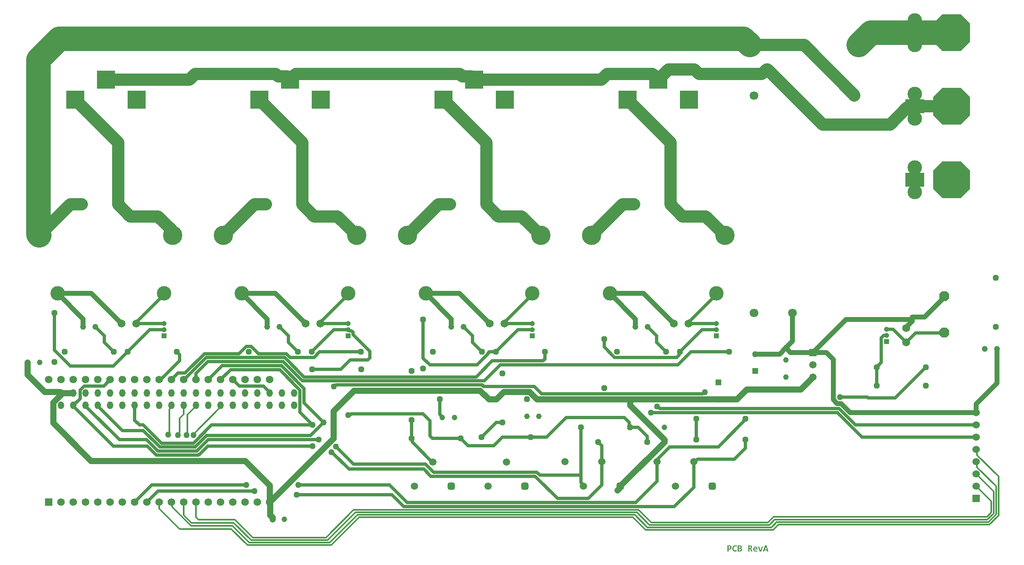
<source format=gtl>
G04*
G04 #@! TF.GenerationSoftware,Altium Limited,Altium Designer,23.7.1 (13)*
G04*
G04 Layer_Physical_Order=1*
G04 Layer_Color=255*
%FSLAX44Y44*%
%MOMM*%
G71*
G04*
G04 #@! TF.SameCoordinates,780004CA-D6C6-4F34-BDD1-A59E27625C77*
G04*
G04*
G04 #@! TF.FilePolarity,Positive*
G04*
G01*
G75*
%ADD16C,0.6350*%
%ADD18C,1.2700*%
%ADD35O,1.3000X1.6000*%
%ADD41R,1.3000X1.3000*%
%ADD42C,1.3000*%
%ADD54R,4.0000X3.0000*%
%ADD55C,1.0160*%
%ADD56C,2.5400*%
%ADD57C,0.3048*%
%ADD58C,5.0800*%
G04:AMPARAMS|DCode=59|XSize=1.2192mm|YSize=1.2192mm|CornerRadius=0mm|HoleSize=0mm|Usage=FLASHONLY|Rotation=180.000|XOffset=0mm|YOffset=0mm|HoleType=Round|Shape=Octagon|*
%AMOCTAGOND59*
4,1,8,-0.6096,0.3048,-0.6096,-0.3048,-0.3048,-0.6096,0.3048,-0.6096,0.6096,-0.3048,0.6096,0.3048,0.3048,0.6096,-0.3048,0.6096,-0.6096,0.3048,0.0*
%
%ADD59OCTAGOND59*%

%ADD60R,1.0500X1.0500*%
%ADD61C,1.0500*%
%ADD62C,1.2192*%
%ADD63C,1.6500*%
%ADD64C,3.0000*%
%ADD65C,4.0000*%
%ADD66C,2.0000*%
%ADD67R,3.8100X3.8100*%
%ADD68R,1.5080X1.5080*%
%ADD69C,1.5080*%
G04:AMPARAMS|DCode=70|XSize=2mm|YSize=2mm|CornerRadius=0mm|HoleSize=0mm|Usage=FLASHONLY|Rotation=0.000|XOffset=0mm|YOffset=0mm|HoleType=Round|Shape=Octagon|*
%AMOCTAGOND70*
4,1,8,1.0000,-0.5000,1.0000,0.5000,0.5000,1.0000,-0.5000,1.0000,-1.0000,0.5000,-1.0000,-0.5000,-0.5000,-1.0000,0.5000,-1.0000,1.0000,-0.5000,0.0*
%
%ADD70OCTAGOND70*%

%ADD71C,1.1500*%
G04:AMPARAMS|DCode=72|XSize=1.2192mm|YSize=1.2192mm|CornerRadius=0mm|HoleSize=0mm|Usage=FLASHONLY|Rotation=90.000|XOffset=0mm|YOffset=0mm|HoleType=Round|Shape=Octagon|*
%AMOCTAGOND72*
4,1,8,0.3048,0.6096,-0.3048,0.6096,-0.6096,0.3048,-0.6096,-0.3048,-0.3048,-0.6096,0.3048,-0.6096,0.6096,-0.3048,0.6096,0.3048,0.3048,0.6096,0.0*
%
%ADD72OCTAGOND72*%

%ADD73C,1.5000*%
G04:AMPARAMS|DCode=74|XSize=1.5mm|YSize=1.5mm|CornerRadius=0.375mm|HoleSize=0mm|Usage=FLASHONLY|Rotation=0.000|XOffset=0mm|YOffset=0mm|HoleType=Round|Shape=RoundedRectangle|*
%AMROUNDEDRECTD74*
21,1,1.5000,0.7500,0,0,0.0*
21,1,0.7500,1.5000,0,0,0.0*
1,1,0.7500,0.3750,-0.3750*
1,1,0.7500,-0.3750,-0.3750*
1,1,0.7500,-0.3750,0.3750*
1,1,0.7500,0.3750,0.3750*
%
%ADD74ROUNDEDRECTD74*%
%ADD75R,1.5600X1.5600*%
%ADD76C,1.5600*%
%ADD77C,1.5240*%
%ADD78R,1.5240X1.5240*%
%ADD79C,1.8000*%
%ADD80R,1.8000X1.8000*%
G04:AMPARAMS|DCode=81|XSize=7.62mm|YSize=7.62mm|CornerRadius=0mm|HoleSize=0mm|Usage=FLASHONLY|Rotation=0.000|XOffset=0mm|YOffset=0mm|HoleType=Round|Shape=Octagon|*
%AMOCTAGOND81*
4,1,8,3.8100,-1.9050,3.8100,1.9050,1.9050,3.8100,-1.9050,3.8100,-3.8100,1.9050,-3.8100,-1.9050,-1.9050,-3.8100,1.9050,-3.8100,3.8100,-1.9050,0.0*
%
%ADD81OCTAGOND81*%

%ADD82C,1.9500*%
%ADD83C,1.2700*%
G36*
X1508728Y54750D02*
X1509014Y54740D01*
X1509081D01*
X1509157Y54731D01*
X1509252Y54721D01*
X1509366Y54712D01*
X1509490Y54702D01*
X1509757Y54664D01*
X1509776D01*
X1509824Y54654D01*
X1509890Y54645D01*
X1509986Y54626D01*
X1510100Y54607D01*
X1510224Y54588D01*
X1510490Y54531D01*
X1510509D01*
X1510557Y54512D01*
X1510633Y54493D01*
X1510728Y54474D01*
X1510843Y54435D01*
X1510976Y54407D01*
X1511109Y54359D01*
X1511262Y54311D01*
Y51987D01*
X1511252D01*
X1511224Y52007D01*
X1511186Y52025D01*
X1511129Y52054D01*
X1511052Y52083D01*
X1510967Y52121D01*
X1510871Y52159D01*
X1510767Y52197D01*
X1510529Y52292D01*
X1510271Y52378D01*
X1509995Y52464D01*
X1509719Y52530D01*
X1509709D01*
X1509690Y52540D01*
X1509652Y52549D01*
X1509595Y52559D01*
X1509528Y52568D01*
X1509452Y52578D01*
X1509366Y52597D01*
X1509281Y52616D01*
X1509071Y52645D01*
X1508842Y52664D01*
X1508614Y52683D01*
X1508385Y52692D01*
X1508233D01*
X1508157Y52683D01*
X1508071Y52673D01*
X1507976Y52664D01*
X1507861Y52654D01*
X1507623Y52616D01*
X1507376Y52559D01*
X1507119Y52473D01*
X1506871Y52368D01*
X1506861D01*
X1506842Y52349D01*
X1506814Y52340D01*
X1506766Y52311D01*
X1506709Y52283D01*
X1506652Y52235D01*
X1506509Y52140D01*
X1506337Y52016D01*
X1506166Y51854D01*
X1505995Y51683D01*
X1505833Y51473D01*
Y51464D01*
X1505814Y51445D01*
X1505795Y51416D01*
X1505766Y51368D01*
X1505737Y51311D01*
X1505699Y51245D01*
X1505652Y51168D01*
X1505614Y51083D01*
X1505509Y50883D01*
X1505414Y50644D01*
X1505318Y50378D01*
X1505242Y50092D01*
Y50082D01*
X1505233Y50054D01*
X1505223Y50016D01*
X1505213Y49959D01*
X1505195Y49882D01*
X1505185Y49787D01*
X1505166Y49692D01*
X1505147Y49578D01*
X1505128Y49454D01*
X1505109Y49320D01*
X1505080Y49025D01*
X1505061Y48701D01*
X1505052Y48349D01*
Y48339D01*
Y48301D01*
Y48254D01*
Y48177D01*
X1505061Y48092D01*
Y47987D01*
X1505071Y47873D01*
X1505080Y47749D01*
X1505099Y47463D01*
X1505128Y47158D01*
X1505175Y46844D01*
X1505242Y46539D01*
Y46530D01*
X1505252Y46501D01*
X1505261Y46463D01*
X1505280Y46406D01*
X1505299Y46339D01*
X1505328Y46263D01*
X1505394Y46072D01*
X1505480Y45863D01*
X1505585Y45644D01*
X1505709Y45415D01*
X1505852Y45196D01*
X1505861Y45187D01*
X1505871Y45167D01*
X1505890Y45139D01*
X1505928Y45101D01*
X1506014Y45006D01*
X1506137Y44882D01*
X1506290Y44748D01*
X1506471Y44606D01*
X1506671Y44472D01*
X1506899Y44348D01*
X1506909D01*
X1506928Y44339D01*
X1506966Y44320D01*
X1507014Y44301D01*
X1507071Y44282D01*
X1507147Y44263D01*
X1507233Y44234D01*
X1507328Y44205D01*
X1507433Y44177D01*
X1507547Y44158D01*
X1507804Y44110D01*
X1508100Y44072D01*
X1508414Y44063D01*
X1508528D01*
X1508614Y44072D01*
X1508719D01*
X1508833Y44091D01*
X1508957Y44101D01*
X1509090Y44120D01*
X1509109D01*
X1509157Y44129D01*
X1509224Y44148D01*
X1509319Y44167D01*
X1509433Y44187D01*
X1509557Y44215D01*
X1509833Y44282D01*
X1509852Y44291D01*
X1509900Y44301D01*
X1509976Y44320D01*
X1510071Y44348D01*
X1510186Y44387D01*
X1510309Y44425D01*
X1510576Y44520D01*
X1510595Y44529D01*
X1510643Y44548D01*
X1510709Y44577D01*
X1510805Y44606D01*
X1510909Y44653D01*
X1511024Y44701D01*
X1511262Y44806D01*
Y42615D01*
X1511252D01*
X1511224Y42596D01*
X1511176Y42586D01*
X1511119Y42558D01*
X1511043Y42529D01*
X1510957Y42501D01*
X1510862Y42463D01*
X1510748Y42424D01*
X1510509Y42348D01*
X1510233Y42262D01*
X1509947Y42186D01*
X1509652Y42119D01*
X1509643D01*
X1509614Y42110D01*
X1509576Y42101D01*
X1509519Y42091D01*
X1509452Y42081D01*
X1509366Y42072D01*
X1509271Y42053D01*
X1509166Y42043D01*
X1509043Y42024D01*
X1508919Y42005D01*
X1508652Y41986D01*
X1508357Y41967D01*
X1508042Y41958D01*
X1507909D01*
X1507814Y41967D01*
X1507700D01*
X1507566Y41977D01*
X1507414Y41986D01*
X1507242Y42005D01*
X1507061Y42024D01*
X1506871Y42053D01*
X1506471Y42119D01*
X1506061Y42215D01*
X1505661Y42348D01*
X1505652Y42358D01*
X1505614Y42367D01*
X1505566Y42386D01*
X1505490Y42424D01*
X1505404Y42463D01*
X1505299Y42520D01*
X1505185Y42577D01*
X1505061Y42643D01*
X1504785Y42815D01*
X1504490Y43015D01*
X1504194Y43253D01*
X1503918Y43529D01*
X1503909Y43539D01*
X1503890Y43567D01*
X1503851Y43605D01*
X1503804Y43672D01*
X1503747Y43748D01*
X1503680Y43834D01*
X1503604Y43948D01*
X1503518Y44063D01*
X1503432Y44196D01*
X1503347Y44348D01*
X1503261Y44501D01*
X1503166Y44672D01*
X1503080Y44853D01*
X1502994Y45053D01*
X1502918Y45253D01*
X1502842Y45463D01*
Y45472D01*
X1502823Y45520D01*
X1502813Y45577D01*
X1502785Y45672D01*
X1502756Y45777D01*
X1502728Y45911D01*
X1502699Y46063D01*
X1502661Y46234D01*
X1502623Y46425D01*
X1502594Y46634D01*
X1502566Y46853D01*
X1502537Y47092D01*
X1502518Y47339D01*
X1502499Y47606D01*
X1502480Y47873D01*
Y48158D01*
Y48177D01*
Y48225D01*
Y48311D01*
X1502489Y48425D01*
Y48558D01*
X1502499Y48720D01*
X1502518Y48901D01*
X1502527Y49101D01*
X1502556Y49311D01*
X1502575Y49530D01*
X1502651Y50006D01*
X1502746Y50483D01*
X1502880Y50959D01*
X1502889Y50978D01*
X1502899Y51016D01*
X1502918Y51083D01*
X1502956Y51168D01*
X1502994Y51273D01*
X1503042Y51387D01*
X1503109Y51530D01*
X1503175Y51683D01*
X1503251Y51835D01*
X1503337Y52007D01*
X1503528Y52349D01*
X1503756Y52692D01*
X1504023Y53026D01*
X1504032Y53035D01*
X1504061Y53064D01*
X1504099Y53111D01*
X1504156Y53169D01*
X1504232Y53235D01*
X1504318Y53321D01*
X1504413Y53407D01*
X1504528Y53502D01*
X1504652Y53607D01*
X1504785Y53712D01*
X1504937Y53816D01*
X1505099Y53931D01*
X1505261Y54026D01*
X1505442Y54131D01*
X1505633Y54226D01*
X1505823Y54311D01*
X1505833Y54321D01*
X1505871Y54331D01*
X1505928Y54350D01*
X1506014Y54378D01*
X1506109Y54416D01*
X1506233Y54454D01*
X1506366Y54493D01*
X1506519Y54540D01*
X1506690Y54578D01*
X1506880Y54616D01*
X1507071Y54654D01*
X1507280Y54693D01*
X1507500Y54721D01*
X1507728Y54740D01*
X1507966Y54759D01*
X1508595D01*
X1508728Y54750D01*
D02*
G37*
G36*
X1562106Y42129D02*
X1559430D01*
X1555591Y51816D01*
X1558182D01*
X1560192Y46320D01*
X1560792Y44548D01*
X1561382Y46244D01*
X1563411Y51816D01*
X1565916D01*
X1562106Y42129D01*
D02*
G37*
G36*
X1576803D02*
X1574203D01*
X1573517Y44587D01*
X1569174D01*
X1568469Y42129D01*
X1566145D01*
X1569831Y54588D01*
X1573108D01*
X1576803Y42129D01*
D02*
G37*
G36*
X1539027Y54578D02*
X1539132D01*
X1539246Y54569D01*
X1539380D01*
X1539523Y54559D01*
X1539665Y54540D01*
X1539980Y54512D01*
X1540304Y54464D01*
X1540627Y54407D01*
X1540637D01*
X1540666Y54397D01*
X1540713Y54388D01*
X1540770Y54378D01*
X1540837Y54359D01*
X1540923Y54331D01*
X1541018Y54302D01*
X1541123Y54273D01*
X1541342Y54188D01*
X1541580Y54092D01*
X1541828Y53969D01*
X1542056Y53826D01*
X1542066D01*
X1542085Y53807D01*
X1542113Y53788D01*
X1542151Y53750D01*
X1542256Y53664D01*
X1542390Y53540D01*
X1542533Y53388D01*
X1542685Y53207D01*
X1542828Y52997D01*
X1542961Y52759D01*
Y52749D01*
X1542971Y52730D01*
X1542990Y52692D01*
X1543009Y52645D01*
X1543037Y52578D01*
X1543066Y52502D01*
X1543094Y52416D01*
X1543123Y52311D01*
X1543152Y52197D01*
X1543180Y52073D01*
X1543209Y51940D01*
X1543237Y51797D01*
X1543275Y51483D01*
X1543285Y51140D01*
Y51130D01*
Y51111D01*
Y51073D01*
Y51025D01*
X1543275Y50968D01*
Y50892D01*
X1543256Y50730D01*
X1543237Y50540D01*
X1543199Y50340D01*
X1543152Y50130D01*
X1543085Y49921D01*
Y49911D01*
X1543075Y49901D01*
X1543066Y49873D01*
X1543047Y49835D01*
X1542999Y49730D01*
X1542942Y49606D01*
X1542856Y49463D01*
X1542761Y49301D01*
X1542647Y49149D01*
X1542523Y48997D01*
X1542504Y48977D01*
X1542456Y48930D01*
X1542380Y48863D01*
X1542275Y48777D01*
X1542151Y48682D01*
X1542009Y48577D01*
X1541837Y48473D01*
X1541656Y48377D01*
X1541647D01*
X1541637Y48368D01*
X1541608Y48358D01*
X1541570Y48339D01*
X1541466Y48301D01*
X1541332Y48244D01*
X1541170Y48197D01*
X1540989Y48139D01*
X1540789Y48082D01*
X1540570Y48044D01*
X1540589D01*
X1540647Y48025D01*
X1540732Y47987D01*
X1540847Y47939D01*
X1540980Y47873D01*
X1541113Y47787D01*
X1541266Y47663D01*
X1541409Y47520D01*
X1541428Y47501D01*
X1541447Y47473D01*
X1541475Y47444D01*
X1541513Y47396D01*
X1541551Y47349D01*
X1541647Y47215D01*
X1541761Y47034D01*
X1541894Y46825D01*
X1542028Y46587D01*
X1542171Y46301D01*
X1544171Y42129D01*
X1541409D01*
X1539656Y46130D01*
Y46139D01*
X1539646Y46158D01*
X1539627Y46187D01*
X1539608Y46225D01*
X1539551Y46330D01*
X1539475Y46453D01*
X1539380Y46587D01*
X1539256Y46730D01*
X1539122Y46873D01*
X1538961Y46987D01*
X1538951D01*
X1538942Y46996D01*
X1538884Y47034D01*
X1538789Y47082D01*
X1538665Y47139D01*
X1538513Y47187D01*
X1538342Y47235D01*
X1538141Y47273D01*
X1537922Y47282D01*
X1537475D01*
Y42129D01*
X1535132D01*
Y54588D01*
X1538932D01*
X1539027Y54578D01*
D02*
G37*
G36*
X1518034D02*
X1518206Y54569D01*
X1518406Y54550D01*
X1518634Y54521D01*
X1518872Y54493D01*
X1519130Y54454D01*
X1519396Y54407D01*
X1519653Y54350D01*
X1519920Y54273D01*
X1520177Y54188D01*
X1520425Y54092D01*
X1520654Y53978D01*
X1520863Y53845D01*
X1520873Y53835D01*
X1520911Y53807D01*
X1520958Y53769D01*
X1521035Y53702D01*
X1521111Y53626D01*
X1521196Y53531D01*
X1521301Y53416D01*
X1521396Y53283D01*
X1521492Y53130D01*
X1521597Y52969D01*
X1521682Y52778D01*
X1521768Y52578D01*
X1521835Y52359D01*
X1521882Y52121D01*
X1521920Y51864D01*
X1521930Y51587D01*
Y51578D01*
Y51568D01*
Y51511D01*
X1521920Y51416D01*
Y51302D01*
X1521901Y51159D01*
X1521882Y51006D01*
X1521854Y50844D01*
X1521816Y50673D01*
Y50654D01*
X1521797Y50597D01*
X1521768Y50511D01*
X1521739Y50406D01*
X1521692Y50283D01*
X1521635Y50149D01*
X1521558Y50006D01*
X1521482Y49863D01*
X1521473Y49844D01*
X1521444Y49797D01*
X1521396Y49730D01*
X1521330Y49644D01*
X1521244Y49539D01*
X1521149Y49425D01*
X1521035Y49320D01*
X1520911Y49206D01*
X1520892Y49197D01*
X1520854Y49159D01*
X1520777Y49111D01*
X1520682Y49044D01*
X1520558Y48968D01*
X1520425Y48901D01*
X1520273Y48825D01*
X1520101Y48759D01*
X1520120D01*
X1520177Y48739D01*
X1520273Y48720D01*
X1520387Y48692D01*
X1520520Y48654D01*
X1520673Y48597D01*
X1520825Y48530D01*
X1520987Y48454D01*
X1520997D01*
X1521006Y48444D01*
X1521063Y48416D01*
X1521139Y48368D01*
X1521244Y48301D01*
X1521358Y48215D01*
X1521482Y48120D01*
X1521606Y48006D01*
X1521730Y47873D01*
X1521749Y47854D01*
X1521787Y47806D01*
X1521844Y47739D01*
X1521920Y47635D01*
X1521997Y47511D01*
X1522082Y47368D01*
X1522168Y47206D01*
X1522244Y47034D01*
Y47025D01*
X1522254Y47015D01*
X1522263Y46987D01*
X1522273Y46949D01*
X1522301Y46853D01*
X1522339Y46720D01*
X1522378Y46558D01*
X1522406Y46368D01*
X1522425Y46168D01*
X1522435Y45949D01*
Y45939D01*
Y45929D01*
Y45901D01*
Y45863D01*
X1522425Y45768D01*
X1522416Y45634D01*
X1522397Y45482D01*
X1522368Y45291D01*
X1522330Y45091D01*
X1522273Y44872D01*
X1522206Y44644D01*
X1522120Y44415D01*
X1522016Y44177D01*
X1521892Y43939D01*
X1521749Y43701D01*
X1521577Y43482D01*
X1521377Y43272D01*
X1521149Y43082D01*
X1521130Y43072D01*
X1521092Y43043D01*
X1521015Y42996D01*
X1520911Y42929D01*
X1520777Y42863D01*
X1520615Y42777D01*
X1520425Y42691D01*
X1520206Y42605D01*
X1519968Y42520D01*
X1519691Y42434D01*
X1519387Y42348D01*
X1519053Y42281D01*
X1518701Y42215D01*
X1518310Y42167D01*
X1517901Y42139D01*
X1517463Y42129D01*
X1513662D01*
Y54588D01*
X1517882D01*
X1518034Y54578D01*
D02*
G37*
G36*
X1496203D02*
X1496327D01*
X1496470Y54569D01*
X1496622Y54559D01*
X1496784Y54540D01*
X1496955Y54521D01*
X1497308Y54474D01*
X1497679Y54407D01*
X1498032Y54321D01*
X1498041D01*
X1498070Y54311D01*
X1498127Y54292D01*
X1498184Y54273D01*
X1498270Y54245D01*
X1498365Y54216D01*
X1498460Y54178D01*
X1498575Y54131D01*
X1498822Y54026D01*
X1499089Y53892D01*
X1499346Y53740D01*
X1499594Y53559D01*
X1499603Y53549D01*
X1499622Y53540D01*
X1499651Y53511D01*
X1499698Y53473D01*
X1499756Y53416D01*
X1499813Y53359D01*
X1499956Y53216D01*
X1500108Y53035D01*
X1500270Y52816D01*
X1500432Y52578D01*
X1500565Y52311D01*
Y52302D01*
X1500584Y52273D01*
X1500594Y52235D01*
X1500623Y52178D01*
X1500641Y52111D01*
X1500670Y52025D01*
X1500699Y51930D01*
X1500737Y51825D01*
X1500765Y51702D01*
X1500794Y51568D01*
X1500822Y51435D01*
X1500851Y51283D01*
X1500889Y50959D01*
X1500899Y50616D01*
Y50606D01*
Y50568D01*
Y50521D01*
X1500889Y50454D01*
Y50368D01*
X1500880Y50263D01*
X1500870Y50149D01*
X1500861Y50025D01*
X1500842Y49892D01*
X1500813Y49749D01*
X1500756Y49444D01*
X1500680Y49130D01*
X1500565Y48816D01*
Y48806D01*
X1500546Y48777D01*
X1500527Y48739D01*
X1500508Y48682D01*
X1500470Y48606D01*
X1500432Y48520D01*
X1500384Y48435D01*
X1500327Y48330D01*
X1500184Y48111D01*
X1500022Y47873D01*
X1499832Y47635D01*
X1499603Y47396D01*
X1499594Y47387D01*
X1499575Y47368D01*
X1499537Y47339D01*
X1499489Y47301D01*
X1499422Y47244D01*
X1499356Y47187D01*
X1499260Y47120D01*
X1499165Y47053D01*
X1499051Y46977D01*
X1498936Y46901D01*
X1498803Y46825D01*
X1498660Y46749D01*
X1498356Y46596D01*
X1498013Y46463D01*
X1498003D01*
X1497965Y46453D01*
X1497917Y46434D01*
X1497841Y46415D01*
X1497755Y46387D01*
X1497641Y46358D01*
X1497517Y46330D01*
X1497384Y46301D01*
X1497222Y46263D01*
X1497051Y46234D01*
X1496870Y46206D01*
X1496679Y46187D01*
X1496470Y46158D01*
X1496260Y46149D01*
X1495803Y46130D01*
X1494612D01*
Y42129D01*
X1492250D01*
Y54588D01*
X1496098D01*
X1496203Y54578D01*
D02*
G37*
G36*
X1550429Y52016D02*
X1550533Y52007D01*
X1550648Y51997D01*
X1550772Y51987D01*
X1551057Y51949D01*
X1551362Y51892D01*
X1551676Y51807D01*
X1551981Y51702D01*
X1551991D01*
X1552019Y51683D01*
X1552057Y51664D01*
X1552115Y51645D01*
X1552181Y51606D01*
X1552258Y51568D01*
X1552448Y51473D01*
X1552648Y51340D01*
X1552877Y51187D01*
X1553096Y51006D01*
X1553305Y50806D01*
X1553315Y50797D01*
X1553324Y50778D01*
X1553353Y50749D01*
X1553391Y50702D01*
X1553439Y50654D01*
X1553486Y50587D01*
X1553543Y50511D01*
X1553610Y50425D01*
X1553734Y50225D01*
X1553877Y49987D01*
X1554001Y49730D01*
X1554115Y49444D01*
Y49435D01*
X1554124Y49406D01*
X1554143Y49368D01*
X1554162Y49311D01*
X1554182Y49235D01*
X1554210Y49149D01*
X1554229Y49044D01*
X1554258Y48930D01*
X1554286Y48806D01*
X1554315Y48673D01*
X1554353Y48377D01*
X1554391Y48054D01*
X1554401Y47711D01*
Y47701D01*
Y47673D01*
Y47615D01*
Y47549D01*
Y47454D01*
X1554391Y47349D01*
Y47225D01*
X1554382Y47092D01*
Y47073D01*
Y47025D01*
Y46958D01*
X1554372Y46863D01*
Y46749D01*
X1554362Y46634D01*
X1554344Y46377D01*
X1547971D01*
Y46368D01*
Y46349D01*
Y46320D01*
Y46272D01*
X1547981Y46215D01*
Y46149D01*
X1548000Y45996D01*
X1548019Y45825D01*
X1548047Y45634D01*
X1548095Y45444D01*
X1548162Y45253D01*
Y45244D01*
X1548171Y45234D01*
X1548200Y45177D01*
X1548248Y45082D01*
X1548305Y44967D01*
X1548381Y44844D01*
X1548476Y44701D01*
X1548590Y44567D01*
X1548714Y44434D01*
X1548733Y44425D01*
X1548781Y44377D01*
X1548857Y44320D01*
X1548962Y44253D01*
X1549086Y44167D01*
X1549229Y44091D01*
X1549391Y44005D01*
X1549571Y43939D01*
X1549581D01*
X1549590Y43929D01*
X1549619Y43920D01*
X1549657Y43910D01*
X1549762Y43882D01*
X1549905Y43853D01*
X1550067Y43825D01*
X1550257Y43796D01*
X1550467Y43777D01*
X1550686Y43767D01*
X1550876D01*
X1550953Y43777D01*
X1551143D01*
X1551362Y43796D01*
X1551619Y43815D01*
X1551896Y43834D01*
X1552191Y43872D01*
X1552200D01*
X1552229Y43882D01*
X1552267D01*
X1552334Y43891D01*
X1552410Y43910D01*
X1552496Y43920D01*
X1552591Y43939D01*
X1552705Y43958D01*
X1552829Y43987D01*
X1552953Y44015D01*
X1553239Y44072D01*
X1553543Y44148D01*
X1553867Y44234D01*
Y42386D01*
X1553848D01*
X1553801Y42367D01*
X1553724Y42348D01*
X1553629Y42320D01*
X1553505Y42291D01*
X1553372Y42262D01*
X1553219Y42224D01*
X1553058Y42196D01*
X1553038D01*
X1552981Y42186D01*
X1552896Y42167D01*
X1552781Y42148D01*
X1552648Y42119D01*
X1552496Y42091D01*
X1552334Y42072D01*
X1552162Y42043D01*
X1552143D01*
X1552086Y42034D01*
X1551991Y42024D01*
X1551877Y42005D01*
X1551734Y41996D01*
X1551581Y41977D01*
X1551410Y41958D01*
X1551238Y41948D01*
X1551219D01*
X1551162Y41939D01*
X1551067D01*
X1550953Y41929D01*
X1550810Y41919D01*
X1550657D01*
X1550333Y41910D01*
X1550229D01*
X1550143Y41919D01*
X1550048D01*
X1549933Y41929D01*
X1549810Y41939D01*
X1549676Y41948D01*
X1549524Y41967D01*
X1549362Y41986D01*
X1549028Y42043D01*
X1548686Y42119D01*
X1548352Y42224D01*
X1548343D01*
X1548314Y42243D01*
X1548266Y42253D01*
X1548209Y42281D01*
X1548133Y42320D01*
X1548047Y42358D01*
X1547943Y42405D01*
X1547838Y42463D01*
X1547609Y42586D01*
X1547352Y42748D01*
X1547104Y42929D01*
X1546866Y43148D01*
X1546857Y43158D01*
X1546838Y43177D01*
X1546809Y43215D01*
X1546771Y43263D01*
X1546714Y43320D01*
X1546657Y43396D01*
X1546590Y43472D01*
X1546523Y43567D01*
X1546447Y43682D01*
X1546371Y43796D01*
X1546295Y43920D01*
X1546219Y44053D01*
X1546066Y44348D01*
X1545933Y44672D01*
Y44682D01*
X1545923Y44710D01*
X1545904Y44767D01*
X1545885Y44834D01*
X1545857Y44920D01*
X1545828Y45025D01*
X1545800Y45139D01*
X1545771Y45272D01*
X1545742Y45425D01*
X1545714Y45577D01*
X1545685Y45758D01*
X1545657Y45939D01*
X1545638Y46130D01*
X1545619Y46339D01*
X1545609Y46768D01*
Y46777D01*
Y46825D01*
Y46882D01*
X1545619Y46968D01*
Y47073D01*
X1545628Y47196D01*
X1545638Y47330D01*
X1545647Y47482D01*
X1545666Y47644D01*
X1545685Y47806D01*
X1545742Y48168D01*
X1545828Y48539D01*
X1545933Y48911D01*
Y48920D01*
X1545952Y48959D01*
X1545971Y49006D01*
X1545990Y49073D01*
X1546028Y49159D01*
X1546066Y49254D01*
X1546114Y49368D01*
X1546171Y49482D01*
X1546295Y49739D01*
X1546457Y50016D01*
X1546638Y50301D01*
X1546847Y50568D01*
X1546857Y50578D01*
X1546876Y50597D01*
X1546904Y50635D01*
X1546952Y50683D01*
X1547009Y50740D01*
X1547076Y50806D01*
X1547162Y50883D01*
X1547247Y50968D01*
X1547343Y51045D01*
X1547457Y51140D01*
X1547695Y51321D01*
X1547971Y51492D01*
X1548276Y51645D01*
X1548286D01*
X1548314Y51664D01*
X1548362Y51683D01*
X1548428Y51702D01*
X1548505Y51730D01*
X1548600Y51768D01*
X1548705Y51797D01*
X1548828Y51835D01*
X1548962Y51873D01*
X1549105Y51902D01*
X1549267Y51940D01*
X1549429Y51968D01*
X1549781Y52007D01*
X1550162Y52025D01*
X1550333D01*
X1550429Y52016D01*
D02*
G37*
%LPC*%
G36*
X1571374Y52302D02*
X1569736Y46501D01*
X1572993D01*
X1571374Y52302D01*
D02*
G37*
G36*
X1538713Y52635D02*
X1537475D01*
Y49111D01*
X1538522D01*
X1538618Y49120D01*
X1538751Y49130D01*
X1538903Y49139D01*
X1539075Y49159D01*
X1539237Y49187D01*
X1539408Y49225D01*
X1539418D01*
X1539427Y49235D01*
X1539485Y49244D01*
X1539570Y49273D01*
X1539675Y49311D01*
X1539789Y49359D01*
X1539923Y49416D01*
X1540046Y49492D01*
X1540170Y49568D01*
X1540180Y49578D01*
X1540218Y49606D01*
X1540275Y49654D01*
X1540351Y49721D01*
X1540427Y49806D01*
X1540504Y49901D01*
X1540589Y50006D01*
X1540656Y50130D01*
X1540666Y50149D01*
X1540685Y50187D01*
X1540713Y50263D01*
X1540742Y50359D01*
X1540770Y50473D01*
X1540799Y50606D01*
X1540818Y50749D01*
X1540827Y50911D01*
Y50921D01*
Y50949D01*
Y50997D01*
X1540818Y51063D01*
X1540808Y51140D01*
X1540799Y51225D01*
X1540751Y51425D01*
X1540685Y51645D01*
X1540637Y51749D01*
X1540580Y51864D01*
X1540513Y51968D01*
X1540437Y52064D01*
X1540351Y52159D01*
X1540246Y52235D01*
X1540237Y52245D01*
X1540218Y52254D01*
X1540189Y52273D01*
X1540142Y52302D01*
X1540075Y52330D01*
X1539999Y52359D01*
X1539913Y52397D01*
X1539808Y52435D01*
X1539694Y52473D01*
X1539570Y52511D01*
X1539427Y52540D01*
X1539265Y52568D01*
X1539094Y52597D01*
X1538913Y52616D01*
X1538713Y52635D01*
D02*
G37*
G36*
X1517606Y52730D02*
X1515986D01*
Y49425D01*
X1517501D01*
X1517606Y49435D01*
X1517739Y49444D01*
X1517891Y49454D01*
X1518053Y49482D01*
X1518215Y49511D01*
X1518368Y49559D01*
X1518387Y49568D01*
X1518434Y49587D01*
X1518510Y49616D01*
X1518596Y49663D01*
X1518701Y49711D01*
X1518806Y49778D01*
X1518920Y49854D01*
X1519015Y49940D01*
X1519025Y49949D01*
X1519053Y49987D01*
X1519101Y50035D01*
X1519158Y50101D01*
X1519215Y50187D01*
X1519272Y50283D01*
X1519330Y50387D01*
X1519377Y50501D01*
X1519387Y50521D01*
X1519396Y50559D01*
X1519415Y50616D01*
X1519434Y50702D01*
X1519453Y50806D01*
X1519473Y50921D01*
X1519491Y51045D01*
Y51178D01*
Y51197D01*
Y51235D01*
X1519482Y51302D01*
Y51387D01*
X1519463Y51492D01*
X1519444Y51597D01*
X1519415Y51711D01*
X1519377Y51816D01*
X1519368Y51825D01*
X1519358Y51864D01*
X1519330Y51921D01*
X1519292Y51987D01*
X1519234Y52064D01*
X1519177Y52149D01*
X1519091Y52235D01*
X1519006Y52311D01*
X1518996Y52321D01*
X1518958Y52340D01*
X1518911Y52378D01*
X1518834Y52426D01*
X1518739Y52473D01*
X1518625Y52521D01*
X1518501Y52568D01*
X1518358Y52616D01*
X1518339Y52626D01*
X1518291Y52635D01*
X1518206Y52654D01*
X1518091Y52673D01*
X1517958Y52692D01*
X1517796Y52711D01*
X1517606Y52730D01*
D02*
G37*
G36*
X1517444Y47635D02*
X1515986D01*
Y44044D01*
X1517720D01*
X1517825Y44053D01*
X1517958Y44063D01*
X1518110Y44082D01*
X1518272Y44101D01*
X1518444Y44139D01*
X1518606Y44187D01*
X1518615D01*
X1518625Y44196D01*
X1518682Y44215D01*
X1518758Y44244D01*
X1518853Y44291D01*
X1518968Y44348D01*
X1519091Y44415D01*
X1519206Y44491D01*
X1519320Y44577D01*
X1519330Y44587D01*
X1519368Y44625D01*
X1519415Y44672D01*
X1519482Y44748D01*
X1519549Y44834D01*
X1519625Y44939D01*
X1519691Y45053D01*
X1519749Y45177D01*
X1519758Y45196D01*
X1519777Y45234D01*
X1519796Y45310D01*
X1519825Y45396D01*
X1519853Y45510D01*
X1519882Y45634D01*
X1519892Y45768D01*
X1519901Y45911D01*
Y45920D01*
Y45949D01*
Y45987D01*
X1519892Y46044D01*
X1519882Y46111D01*
X1519872Y46187D01*
X1519825Y46377D01*
X1519749Y46577D01*
X1519701Y46682D01*
X1519644Y46787D01*
X1519577Y46892D01*
X1519491Y46996D01*
X1519396Y47092D01*
X1519292Y47177D01*
X1519282Y47187D01*
X1519263Y47196D01*
X1519225Y47215D01*
X1519177Y47253D01*
X1519111Y47282D01*
X1519034Y47320D01*
X1518939Y47368D01*
X1518834Y47406D01*
X1518710Y47454D01*
X1518577Y47492D01*
X1518425Y47530D01*
X1518263Y47568D01*
X1518082Y47596D01*
X1517882Y47615D01*
X1517672Y47625D01*
X1517444Y47635D01*
D02*
G37*
G36*
X1495841Y52645D02*
X1494612D01*
Y48073D01*
X1496022D01*
X1496069Y48082D01*
X1496136D01*
X1496279Y48092D01*
X1496451Y48111D01*
X1496631Y48139D01*
X1496812Y48177D01*
X1496993Y48235D01*
X1497003D01*
X1497012Y48244D01*
X1497070Y48263D01*
X1497155Y48301D01*
X1497270Y48358D01*
X1497393Y48425D01*
X1497517Y48511D01*
X1497651Y48606D01*
X1497775Y48720D01*
X1497794Y48739D01*
X1497832Y48777D01*
X1497889Y48844D01*
X1497955Y48930D01*
X1498032Y49044D01*
X1498117Y49168D01*
X1498194Y49311D01*
X1498260Y49473D01*
Y49482D01*
X1498270Y49492D01*
X1498289Y49549D01*
X1498317Y49644D01*
X1498346Y49759D01*
X1498375Y49901D01*
X1498403Y50073D01*
X1498422Y50254D01*
X1498432Y50454D01*
Y50463D01*
Y50473D01*
Y50501D01*
Y50540D01*
X1498422Y50635D01*
X1498413Y50749D01*
X1498394Y50892D01*
X1498365Y51045D01*
X1498327Y51197D01*
X1498270Y51349D01*
Y51359D01*
X1498260Y51368D01*
X1498241Y51416D01*
X1498203Y51492D01*
X1498156Y51587D01*
X1498089Y51702D01*
X1498003Y51816D01*
X1497908Y51930D01*
X1497794Y52045D01*
X1497784Y52054D01*
X1497736Y52092D01*
X1497670Y52149D01*
X1497574Y52216D01*
X1497460Y52283D01*
X1497327Y52359D01*
X1497165Y52426D01*
X1496993Y52492D01*
X1496984D01*
X1496974Y52502D01*
X1496946Y52511D01*
X1496908Y52521D01*
X1496860Y52530D01*
X1496803Y52540D01*
X1496670Y52568D01*
X1496498Y52597D01*
X1496298Y52626D01*
X1496079Y52635D01*
X1495841Y52645D01*
D02*
G37*
G36*
X1550114Y50283D02*
X1550029D01*
X1549971Y50273D01*
X1549895Y50263D01*
X1549810Y50254D01*
X1549714Y50235D01*
X1549610Y50206D01*
X1549381Y50140D01*
X1549257Y50092D01*
X1549143Y50035D01*
X1549019Y49968D01*
X1548895Y49882D01*
X1548781Y49797D01*
X1548676Y49692D01*
X1548667Y49682D01*
X1548647Y49663D01*
X1548629Y49635D01*
X1548590Y49587D01*
X1548543Y49521D01*
X1548495Y49454D01*
X1548438Y49368D01*
X1548381Y49273D01*
X1548324Y49159D01*
X1548266Y49035D01*
X1548209Y48901D01*
X1548162Y48749D01*
X1548114Y48597D01*
X1548067Y48425D01*
X1548038Y48235D01*
X1548009Y48044D01*
X1552029D01*
Y48054D01*
Y48073D01*
Y48101D01*
Y48139D01*
Y48244D01*
X1552019Y48387D01*
X1552000Y48539D01*
X1551972Y48701D01*
X1551934Y48873D01*
X1551886Y49035D01*
Y49044D01*
X1551877Y49054D01*
X1551857Y49111D01*
X1551819Y49187D01*
X1551781Y49282D01*
X1551715Y49397D01*
X1551648Y49511D01*
X1551562Y49635D01*
X1551467Y49739D01*
X1551457Y49749D01*
X1551419Y49787D01*
X1551372Y49835D01*
X1551295Y49892D01*
X1551210Y49959D01*
X1551105Y50025D01*
X1550981Y50092D01*
X1550857Y50149D01*
X1550838Y50159D01*
X1550800Y50168D01*
X1550724Y50187D01*
X1550638Y50216D01*
X1550524Y50244D01*
X1550400Y50263D01*
X1550257Y50273D01*
X1550114Y50283D01*
D02*
G37*
%LPD*%
D16*
X522044Y452120D02*
X579516D01*
X369701Y411682D02*
X410139Y452120D01*
X579516D02*
X587094Y444543D01*
X496605Y467149D02*
X507015D01*
X410139Y452120D02*
X481577D01*
X446838Y426974D02*
X569101D01*
X572573Y435356D02*
X612451Y395478D01*
X443484Y398220D02*
X463856Y418592D01*
X576045Y443738D02*
X615923Y403860D01*
X368093Y398220D02*
X413611Y443738D01*
X481577Y452120D02*
X496605Y467149D01*
X565629Y418592D02*
X607591Y376629D01*
X413611Y443738D02*
X576045D01*
X392684Y410957D02*
X417083Y435356D01*
X418084Y398220D02*
X446838Y426974D01*
X463856Y418592D02*
X565629D01*
X417083Y435356D02*
X572573D01*
X569101Y426974D02*
X616047Y380027D01*
X507015Y467149D02*
X522044Y452120D01*
X751840Y443140D02*
Y456685D01*
X717357Y491167D02*
X751840Y456685D01*
X714307Y499381D02*
X717357Y496331D01*
X708023Y501624D02*
X710266Y499381D01*
X717357Y491167D02*
Y496331D01*
X710266Y499381D02*
X714307D01*
X677379Y501624D02*
X708023D01*
X649346Y514324D02*
X706900D01*
X649346Y516855D02*
X706900Y574409D01*
X587094Y444543D02*
X636805D01*
X583756Y475500D02*
X603410Y455846D01*
X583756Y475500D02*
Y488995D01*
X565310Y507440D02*
X583756Y488995D01*
X632460Y419397D02*
X691896D01*
X711919Y439420D01*
X649346Y514324D02*
Y516855D01*
X706900Y574409D02*
Y576940D01*
X711919Y439420D02*
X748120D01*
X751840Y443140D01*
X636805Y444543D02*
X648108Y455846D01*
X733200D01*
X631600D02*
X677379Y501624D01*
X797560Y159460D02*
X822294Y134726D01*
X1382426D02*
X1422400Y174700D01*
X822294Y134726D02*
X1382426D01*
X706900Y324560D02*
X708115Y325775D01*
X712470D01*
X713795Y327100D02*
X862203D01*
X712470Y325775D02*
X713795Y327100D01*
X1347918Y342900D02*
X1352236Y338582D01*
X1346200Y342900D02*
X1347918D01*
X1352236Y338582D02*
X1723052D01*
X1781844Y362331D02*
X1783495Y360680D01*
X1724660Y362331D02*
X1781844D01*
X1770380Y279400D02*
X2006600D01*
X1333500Y330200D02*
X1719580D01*
X1770380Y279400D01*
X1783495Y360680D02*
X1838960D01*
X1756834Y304800D02*
X2006600D01*
X1723052Y338582D02*
X1756834Y304800D01*
X1092497Y384377D02*
X1107685Y369189D01*
X1357089D01*
X987767Y384377D02*
X1092497D01*
X682925Y387096D02*
X985049D01*
X679750Y383921D02*
X682925Y387096D01*
X678032Y383921D02*
X679750D01*
X612451Y395478D02*
X989384D01*
X972270Y403860D02*
X1005492Y437082D01*
X615923Y403860D02*
X972270D01*
X989384Y395478D02*
X1022607Y428700D01*
X985049Y387096D02*
X987767Y384377D01*
X1357141Y369137D02*
X1440367D01*
X1443542Y372312D02*
X1445260D01*
X1440367Y369137D02*
X1443542Y372312D01*
X1357089Y369189D02*
X1357141Y369137D01*
X1838960Y360680D02*
X1902460Y424180D01*
X482353Y384752D02*
X532113D01*
X545084Y371780D01*
X468884Y398220D02*
X482353Y384752D01*
X545084Y370280D02*
Y371780D01*
X1800860Y386080D02*
Y424180D01*
X1820386Y489426D02*
X1821180Y490220D01*
X1815222Y489426D02*
X1820386D01*
X1810723Y484927D02*
X1815222Y489426D01*
X1810723Y434043D02*
Y484927D01*
X1800860Y424180D02*
X1810723Y434043D01*
X1800860Y424180D02*
Y424180D01*
X1821180Y502920D02*
X1821974Y502126D01*
X1835154D01*
X1861820Y475460D01*
X1881660Y495300D02*
X1943100D01*
X1861820Y475460D02*
X1881660Y495300D01*
X862203Y442797D02*
Y523240D01*
Y442797D02*
X876300Y428700D01*
X973773D01*
X999433Y455846D02*
X1012600D01*
X995713Y452126D02*
X999433Y455846D01*
X995713Y450641D02*
Y452126D01*
X973773Y428700D02*
X995713Y450641D01*
X1005492Y437082D02*
X1110480D01*
X1022607Y428700D02*
X1389380D01*
X1110480Y437082D02*
X1114200Y440802D01*
Y455846D01*
X1389380Y428700D02*
X1416526Y455846D01*
X964756Y475500D02*
Y488995D01*
Y475500D02*
X984410Y455846D01*
X1030346Y516855D02*
X1087900Y574409D01*
X1030346Y514324D02*
X1087900D01*
Y574409D02*
Y576940D01*
X1058379Y501624D02*
X1087900D01*
X1012600Y455846D02*
X1058379Y501624D01*
X1030346Y514324D02*
Y516855D01*
X946310Y507440D02*
X964756Y488995D01*
X1386829Y444543D02*
X1391867Y449581D01*
X1258605Y444543D02*
X1386829D01*
X1391867Y449581D02*
Y454113D01*
X1439379Y501624D01*
X1236980Y466168D02*
Y482600D01*
Y466168D02*
X1258605Y444543D01*
X392684Y398220D02*
Y410957D01*
X221474Y426720D02*
X296379Y501624D01*
X132080Y426720D02*
X221474D01*
X99060Y459740D02*
Y536816D01*
Y459740D02*
X132080Y426720D01*
X313973Y249936D02*
X393874D01*
X386930Y266700D02*
X424470Y304240D01*
X304532Y247523D02*
X310501Y241554D01*
X308004Y255905D02*
X313973Y249936D01*
X317445Y258318D02*
X390402D01*
X320917Y266700D02*
X386930D01*
X310501Y241554D02*
X397346D01*
X393874Y249936D02*
X397759Y253821D01*
X311476Y264287D02*
X317445Y258318D01*
X390402D02*
X394287Y262203D01*
X283376Y304240D02*
X320917Y266700D01*
X397346Y241554D02*
X401231Y245439D01*
X290149Y273760D02*
X308004Y255905D01*
X291244Y260811D02*
X304532Y247523D01*
X283079Y292683D02*
X311476Y264287D01*
X397759Y253821D02*
X417698Y273760D01*
X424470Y304240D02*
X633919D01*
X394287Y262203D02*
X414226Y282142D01*
X629666D01*
X401231Y245439D02*
X416603Y260811D01*
X633919D01*
X417698Y273760D02*
X646684D01*
X221254Y260811D02*
X291244D01*
X233704Y273760D02*
X290149D01*
X265684Y314088D02*
Y344880D01*
X275532Y304240D02*
X283376D01*
X265684Y314088D02*
X275532Y304240D01*
X629666Y282142D02*
X656844Y309320D01*
X240181Y292683D02*
X283079D01*
X1231900Y227800D02*
Y261061D01*
Y179780D02*
Y227800D01*
X1302258Y143458D02*
X1346200Y187400D01*
Y232203D01*
X1422400Y174700D02*
Y227800D01*
X1424565D01*
X1430445Y233680D01*
X1506780D01*
X1325880Y268680D02*
Y280670D01*
X1290320Y299160D02*
X1307390D01*
X1325880Y280670D01*
X1288587Y300893D02*
X1290320Y299160D01*
X1203960Y151840D02*
X1231900Y179780D01*
X1224280Y268680D02*
X1231900Y261061D01*
X839933Y268687D02*
X881685Y226935D01*
X1104054Y200100D02*
X1188520D01*
X1097652Y206502D02*
X1104054Y200100D01*
X1094181Y198120D02*
X1140460Y151840D01*
X878280Y198120D02*
X1094181D01*
X863600Y212800D02*
X878280Y198120D01*
X867690Y222960D02*
X884148Y206502D01*
X1097652D01*
X1188720Y185220D02*
Y299160D01*
X1193800Y177800D02*
Y180141D01*
X1188720Y185220D02*
X1193800Y180141D01*
X1506780Y233680D02*
X1529080Y255980D01*
X1346200Y232203D02*
X1373077Y259080D01*
X1473200D01*
X1529080Y255980D02*
Y274320D01*
X1473200Y259080D02*
X1526159Y312039D01*
X1529080Y316312D02*
Y317668D01*
X1526159Y312039D02*
Y313391D01*
X1529080Y316312D01*
X603781Y179780D02*
X792480D01*
X828802Y143458D02*
X1302258D01*
X792480Y179780D02*
X828802Y143458D01*
X600964Y159460D02*
X797560D01*
X708660Y212800D02*
X863600D01*
X681615Y259916D02*
X718571Y222960D01*
X867690D01*
X672886Y248049D02*
X673412D01*
X708660Y212800D01*
X1140460Y151840D02*
X1203960D01*
X367284Y398220D02*
X368093D01*
X355346Y411682D02*
X369701D01*
X355346Y411682D02*
X355346Y411682D01*
X341884Y398220D02*
X355346Y411682D01*
X323341Y402574D02*
X358140Y437373D01*
X317736Y396969D02*
X323341Y402574D01*
X316484Y395717D02*
X317736Y396969D01*
X358140Y437373D02*
Y449906D01*
X862203Y327100D02*
X876300Y313003D01*
X616047Y350117D02*
X656844Y309320D01*
X316484Y395127D02*
Y395717D01*
X323341Y402574D02*
X323932D01*
X265684Y144220D02*
X301244Y179780D01*
X496824D01*
X291084Y144220D02*
X313944Y167080D01*
X513237D01*
X1427480Y274320D02*
Y317500D01*
X201877Y385213D02*
X214884Y398220D01*
X152377Y376629D02*
X160961Y385213D01*
X201877D01*
X138684Y344880D02*
X152377Y358573D01*
Y376629D01*
X138684Y343380D02*
Y344880D01*
Y343380D02*
X221254Y260811D01*
X164084Y343380D02*
Y344880D01*
Y343380D02*
X233704Y273760D01*
X1158240Y319480D02*
X1278980D01*
X1288587Y300893D02*
Y309873D01*
X1278980Y319480D02*
X1288587Y309873D01*
X1117600Y278840D02*
X1158240Y319480D01*
X1084580Y278840D02*
X1117600D01*
X616047Y350117D02*
Y380027D01*
X607591Y330568D02*
Y376629D01*
Y330568D02*
X633919Y304240D01*
X352200Y455846D02*
X358140Y449906D01*
X1416526Y455846D02*
X1495200D01*
X189484Y343380D02*
X240181Y292683D01*
X838200Y276300D02*
Y314400D01*
X839933Y268687D02*
Y274567D01*
X838200Y276300D02*
X839933Y274567D01*
X896620Y326354D02*
Y357580D01*
Y326354D02*
X902100Y320874D01*
Y319480D02*
Y320874D01*
X982980Y278840D02*
X1013460Y309320D01*
X1026160D01*
X939800Y276300D02*
X955040Y261060D01*
X1008380D01*
X1026160Y278840D02*
X1084580D01*
X1008380Y261060D02*
X1026160Y278840D01*
X881380Y276300D02*
X939800D01*
X876300Y281380D02*
X881380Y276300D01*
X876300Y281380D02*
Y313003D01*
X189484Y343380D02*
Y344880D01*
X1327310Y507440D02*
X1345756Y488995D01*
Y475500D02*
Y488995D01*
Y475500D02*
X1365410Y455846D01*
X1411346Y514324D02*
Y516855D01*
Y514324D02*
X1468900D01*
Y574409D02*
Y576940D01*
X1411346Y516855D02*
X1468900Y574409D01*
X1439379Y501624D02*
X1468900D01*
X184310Y507440D02*
X202756Y488995D01*
Y475500D02*
Y488995D01*
Y475500D02*
X222410Y455846D01*
X296379Y501624D02*
X325900D01*
X268346Y514324D02*
X325900D01*
X268346D02*
Y516855D01*
X325900Y574409D01*
Y576940D01*
D18*
X96520Y308483D02*
X175006Y229997D01*
X96520Y350662D02*
X113134Y367277D01*
X96520Y308483D02*
Y350662D01*
X175006Y229997D02*
X494313D01*
X113134Y367277D02*
Y368549D01*
X113284Y368699D02*
Y370280D01*
X113134Y368549D02*
X113284Y368699D01*
X43580Y408395D02*
X79154Y372820D01*
X43580Y408395D02*
Y433780D01*
X1028700Y372820D02*
X1082718D01*
X1097958Y357580D01*
X980262Y375539D02*
X998220Y357580D01*
X677164Y333323D02*
X719380Y375539D01*
X980262D01*
X1013460Y357580D02*
X1028700Y372820D01*
X998220Y357580D02*
X1013460D01*
X494313Y229997D02*
X545084Y179225D01*
X1290320Y357580D02*
X1340046D01*
X1340098Y357632D02*
X1352302D01*
X1352354Y357580D01*
X1340046D02*
X1340098Y357632D01*
X1352354Y357580D02*
X1473200D01*
X1511300D01*
X1361440Y269240D02*
Y274160D01*
X1264520Y169320D02*
X1271500Y176300D01*
X1271150Y178950D02*
X1361440Y269240D01*
X677164Y276300D02*
Y333323D01*
X545084Y144220D02*
Y179225D01*
Y144220D02*
X677164Y276300D01*
X1181100Y357580D02*
X1290320D01*
Y345280D02*
X1361440Y274160D01*
X1290320Y345280D02*
Y357580D01*
X1097958D02*
X1178560D01*
X79154Y372820D02*
X110744D01*
X113284Y370280D02*
Y371699D01*
X113146Y371838D02*
X113284Y371699D01*
X111727Y371838D02*
X113146D01*
X110744Y372820D02*
X111727Y371838D01*
X1511300Y357580D02*
X1531820Y378100D01*
X545084Y144220D02*
X545639Y143665D01*
X550364Y108660D02*
Y112755D01*
X545639Y117481D02*
X550364Y112755D01*
X545639Y117481D02*
Y143665D01*
X113284Y370280D02*
X138684D01*
X1531820Y378100D02*
X1612900D01*
X1643580D01*
X1668780Y403300D01*
D35*
X595884Y370280D02*
D03*
Y344880D02*
D03*
X570484Y370280D02*
D03*
Y344880D02*
D03*
X545084Y370280D02*
D03*
Y344880D02*
D03*
X519684Y370280D02*
D03*
Y344880D02*
D03*
X494284Y370280D02*
D03*
Y344880D02*
D03*
X468884Y370280D02*
D03*
Y344880D02*
D03*
X443484Y370280D02*
D03*
Y344880D02*
D03*
X418084Y370280D02*
D03*
Y344880D02*
D03*
X392684Y370280D02*
D03*
Y344880D02*
D03*
X367284Y370280D02*
D03*
Y344880D02*
D03*
X341884Y370280D02*
D03*
Y344880D02*
D03*
X316484Y370280D02*
D03*
Y344880D02*
D03*
X291084Y370280D02*
D03*
Y344880D02*
D03*
X265684Y370280D02*
D03*
Y344880D02*
D03*
X240284Y370280D02*
D03*
Y344880D02*
D03*
X214884Y370280D02*
D03*
Y344880D02*
D03*
X189484Y370280D02*
D03*
Y344880D02*
D03*
X164084Y370280D02*
D03*
Y344880D02*
D03*
X113284D02*
D03*
Y370280D02*
D03*
X138684Y344880D02*
D03*
Y370280D02*
D03*
D41*
X1473200Y392150D02*
D03*
X1549400Y416280D02*
D03*
D42*
X1473200Y357150D02*
D03*
X1549400Y451280D02*
D03*
D54*
X1879600Y1117040D02*
D03*
Y812240D02*
D03*
Y964640D02*
D03*
D55*
X1737920Y523240D02*
X1874520D01*
X1668780Y454100D02*
X1737920Y523240D01*
X539910Y507440D02*
Y523930D01*
X556730Y576940D02*
X619346Y514324D01*
X486900Y576940D02*
X539910Y523930D01*
X486900Y576940D02*
X556730D01*
X1727313Y348869D02*
X1745982Y330200D01*
X1711198Y356755D02*
Y440098D01*
X1719084Y348869D02*
X1727313D01*
X1745982Y330200D02*
X2006600D01*
X1711198Y356755D02*
X1719084Y348869D01*
X1697195Y454100D02*
X1711198Y440098D01*
X2049780Y391160D02*
Y462280D01*
X2006600Y330200D02*
Y347980D01*
X2049780Y391160D01*
X1612900Y464060D02*
X1622860Y454100D01*
X1668780D01*
X1874520Y528320D02*
X1900120D01*
X1861820Y505460D02*
Y507176D01*
X1874520Y519876D01*
Y528320D01*
X1900120D02*
X1943100Y571300D01*
X867900Y576940D02*
X937730D01*
X867900D02*
X920910Y523930D01*
X937730Y576940D02*
X1000346Y514324D01*
X920910Y507440D02*
Y523930D01*
X1668780Y454100D02*
X1697195D01*
X1549400Y451280D02*
X1600120D01*
X1612900Y464060D01*
X1627000Y478160D02*
Y536440D01*
X1612900Y464060D02*
X1627000Y478160D01*
X1318730Y576940D02*
X1381346Y514324D01*
X1248900Y576940D02*
X1301910Y523930D01*
X1248900Y576940D02*
X1318730D01*
X1301910Y507440D02*
Y523930D01*
X105900Y576940D02*
X175730D01*
X238346Y514324D01*
X105900Y576940D02*
X158910Y523930D01*
Y507440D02*
Y523930D01*
D56*
X448900Y696940D02*
X513400Y761440D01*
X637141Y736600D02*
X685240D01*
X612300Y761440D02*
X637141Y736600D01*
X513400Y761440D02*
X537300D01*
X612300D02*
Y889456D01*
X523654Y978102D02*
X612300Y889456D01*
X580804Y1026362D02*
X587154Y1020012D01*
X598994Y1031852D01*
X562567Y1026362D02*
X580804D01*
X557077Y1031852D02*
X562567Y1026362D01*
X685240Y736600D02*
X724900Y696940D01*
X968154Y1020012D02*
X1231411D01*
X1573254Y1041400D02*
X1574800D01*
X1423766D02*
X1433625Y1031540D01*
X1370542Y1041400D02*
X1423766D01*
X1563394Y1031540D02*
X1573254Y1041400D01*
X1243251Y1031852D02*
X1337314D01*
X1433625Y1031540D02*
X1563394D01*
X1231411Y1020012D02*
X1243251Y1031852D01*
X1574800Y1041400D02*
X1689100Y927100D01*
X1337314Y1031852D02*
X1349154Y1020012D01*
X1689100Y927100D02*
X1828800D01*
X1877300Y962340D02*
X1879600Y964640D01*
X1864040Y962340D02*
X1877300D01*
X1828800Y927100D02*
X1864040Y962340D01*
X1349154Y1020012D02*
X1370542Y1041400D01*
X1374300Y761440D02*
Y889456D01*
X829900Y696940D02*
X894400Y761440D01*
X993300D02*
Y889456D01*
X894400Y761440D02*
X918300D01*
X904654Y978102D02*
X993300Y889456D01*
X1018140Y736600D02*
X1066240D01*
X1105900Y696940D01*
X993300Y761440D02*
X1018140Y736600D01*
X938077Y1031852D02*
X943568Y1026362D01*
X961804D01*
X968154Y1020012D01*
X341107Y699734D02*
X343900Y696940D01*
X231300Y761440D02*
X256140Y736600D01*
X341107Y699734D02*
Y709437D01*
X256140Y736600D02*
X313944D01*
X341107Y709437D01*
X1374300Y761440D02*
X1399140Y736600D01*
X1447240D02*
X1486900Y696940D01*
X1399140Y736600D02*
X1447240D01*
X1879600Y964640D02*
X1955800D01*
X390711Y1031852D02*
X557077D01*
X378871Y1020012D02*
X390711Y1031852D01*
X206154Y1020012D02*
X378871D01*
X598994Y1031852D02*
X938077D01*
X1210900Y696940D02*
X1275400Y761440D01*
X1299300D01*
X1285654Y978102D02*
X1374300Y889456D01*
X1755000Y986440D02*
Y987640D01*
X1651000Y1091640D02*
X1755000Y987640D01*
X1538500Y1091640D02*
X1651000D01*
X132400Y761440D02*
X156300D01*
X67900Y696940D02*
X132400Y761440D01*
X231300D02*
Y889456D01*
X142654Y978102D02*
X231300Y889456D01*
D57*
X718546Y127996D02*
X1308645D01*
X661170Y70620D02*
X718546Y127996D01*
X665071Y65540D02*
X722446Y122915D01*
X668971Y60460D02*
X726346Y117836D01*
X672871Y55380D02*
X730246Y112755D01*
X1308645Y127996D02*
X1334270Y102370D01*
X1296944Y112755D02*
X1322570Y87130D01*
X722446Y122915D02*
X1304745D01*
X1300845Y117836D02*
X1326470Y92210D01*
X730246Y112755D02*
X1296944D01*
X1304745Y122915D02*
X1330370Y97290D01*
X726346Y117836D02*
X1300845D01*
X382016Y95250D02*
X467705D01*
X341884Y144220D02*
X343165Y142939D01*
Y134101D02*
X382016Y95250D01*
X343165Y134101D02*
Y142939D01*
X382850Y101600D02*
X470335D01*
X367284Y117166D02*
X382850Y101600D01*
X367284Y117166D02*
Y144220D01*
X316484Y130971D02*
X358556Y88900D01*
X316484Y130971D02*
Y144220D01*
X2029497Y114300D02*
X2038350Y123153D01*
X2034309Y97559D02*
X2053590Y116840D01*
X2043430Y121048D02*
Y166370D01*
X2053590Y116840D02*
Y197415D01*
X2032205Y102639D02*
X2048510Y118944D01*
Y177095D01*
X2038350Y123153D02*
Y146050D01*
X1589899Y107719D02*
X2030101D01*
X1593799Y102639D02*
X2032205D01*
X1597700Y97559D02*
X2034309D01*
X1587500Y114300D02*
X2029497D01*
X2030101Y107719D02*
X2043430Y121048D01*
X2008933Y242072D02*
X2053590Y197415D01*
X2006600Y203200D02*
X2043430Y166370D01*
X2008933Y216672D02*
X2048510Y177095D01*
X2006600Y177800D02*
X2038350Y146050D01*
X1326470Y92210D02*
X1583371D01*
X1322570Y87130D02*
X1587271D01*
X1575570Y102370D02*
X1587500Y114300D01*
X1583371Y92210D02*
X1593799Y102639D01*
X1587271Y87130D02*
X1597700Y97559D01*
X1330370Y97290D02*
X1579471D01*
X1589899Y107719D01*
X358556Y317936D02*
X367284Y326664D01*
X355346Y283464D02*
Y286076D01*
X358556Y289285D01*
Y317936D01*
X374650Y325346D02*
X392684Y343380D01*
X372618Y283464D02*
X374465Y285311D01*
Y289890D01*
X374650Y290075D01*
Y325346D01*
X341884Y340959D02*
Y344880D01*
X337544Y336619D02*
X341884Y340959D01*
X337544Y289682D02*
Y336619D01*
X334700Y286838D02*
X337544Y289682D01*
X334700Y284226D02*
Y286838D01*
X387350Y283464D02*
Y285355D01*
X443484Y341489D02*
Y344880D01*
X387350Y285355D02*
X443484Y341489D01*
X367284Y326664D02*
Y344880D01*
X392684Y343380D02*
Y344880D01*
X2008933Y242072D02*
Y251667D01*
X2006600Y254000D02*
X2008933Y251667D01*
X2006600Y228600D02*
X2008933Y226267D01*
Y216672D02*
Y226267D01*
X358556Y88900D02*
X465074D01*
X397490Y107950D02*
X472965D01*
X392684Y112755D02*
Y144220D01*
Y112755D02*
X397490Y107950D01*
X1334270Y102370D02*
X1575570D01*
X498594Y55380D02*
X672871D01*
X502494Y60460D02*
X668971D01*
X467705Y95250D02*
X502494Y60460D01*
X506394Y65540D02*
X665071D01*
X470335Y101600D02*
X506394Y65540D01*
X510295Y70620D02*
X661170D01*
X472965Y107950D02*
X510295Y70620D01*
X465074Y88900D02*
X498594Y55380D01*
D58*
X1525240Y1104900D02*
X1538500Y1091640D01*
X109220Y1104900D02*
X1525240D01*
X66040Y698801D02*
X67900Y696940D01*
X66040Y698801D02*
Y1061720D01*
X109220Y1104900D01*
X1879600Y1117040D02*
X1955800D01*
X1788900D02*
X1879600D01*
X1763500Y1091640D02*
X1788900Y1117040D01*
D59*
X734060Y419397D02*
D03*
X632460D02*
D03*
X631600Y455846D02*
D03*
X733200D02*
D03*
X603410D02*
D03*
X501810D02*
D03*
X1800860Y386080D02*
D03*
X1902460D02*
D03*
X1800860Y424180D02*
D03*
X1902460D02*
D03*
X1012600Y455846D02*
D03*
X1114200D02*
D03*
X984410D02*
D03*
X882810D02*
D03*
X1427480Y317500D02*
D03*
X1529080D02*
D03*
X1427480Y274320D02*
D03*
X1529080D02*
D03*
X1325880Y268680D02*
D03*
X1224280D02*
D03*
X1290320Y299160D02*
D03*
X1188720D02*
D03*
X939800Y276300D02*
D03*
X838200D02*
D03*
X1076960Y357580D02*
D03*
X1178560D02*
D03*
X1084580Y278840D02*
D03*
X982980D02*
D03*
X896620Y357580D02*
D03*
X998220D02*
D03*
X1495200Y455846D02*
D03*
X1393600D02*
D03*
X1263810D02*
D03*
X1365410D02*
D03*
X250600D02*
D03*
X352200D02*
D03*
X222410D02*
D03*
X120810D02*
D03*
D60*
X706900Y488924D02*
D03*
X1821180Y477520D02*
D03*
X1087900Y488924D02*
D03*
X1468900D02*
D03*
X325900D02*
D03*
D61*
X706900Y501624D02*
D03*
Y514324D02*
D03*
X1821180Y490220D02*
D03*
Y502920D02*
D03*
X1087900Y501624D02*
D03*
Y514324D02*
D03*
X1468900D02*
D03*
Y501624D02*
D03*
X325900D02*
D03*
Y514324D02*
D03*
D62*
X539910Y507440D02*
D03*
X565310D02*
D03*
X920910D02*
D03*
X946310D02*
D03*
X2049780Y462280D02*
D03*
X2024380D02*
D03*
X1327310Y507440D02*
D03*
X1301910D02*
D03*
X184310D02*
D03*
X158910D02*
D03*
D63*
X619346Y514324D02*
D03*
X649346D02*
D03*
X1861820Y505460D02*
D03*
Y475460D02*
D03*
X1000346Y514324D02*
D03*
X1030346D02*
D03*
X1411346D02*
D03*
X1381346D02*
D03*
X268346D02*
D03*
X238346D02*
D03*
D64*
X486900Y576940D02*
D03*
X706900D02*
D03*
X867900D02*
D03*
X1087900D02*
D03*
X1468900D02*
D03*
X1248900D02*
D03*
X105900D02*
D03*
X325900D02*
D03*
X1879600Y1091640D02*
D03*
Y1142440D02*
D03*
Y786840D02*
D03*
Y837640D02*
D03*
Y939240D02*
D03*
Y990040D02*
D03*
D65*
X724900Y696940D02*
D03*
X448900D02*
D03*
X1105900D02*
D03*
X829900D02*
D03*
X1210900D02*
D03*
X1486900D02*
D03*
X343900D02*
D03*
X67900D02*
D03*
D66*
X612300Y761440D02*
D03*
X537300D02*
D03*
X993300D02*
D03*
X918300D02*
D03*
X1299300D02*
D03*
X1374300D02*
D03*
X231300D02*
D03*
X156300D02*
D03*
D67*
X650654Y978102D02*
D03*
X523654D02*
D03*
X587154Y1020012D02*
D03*
X1031654Y978102D02*
D03*
X904654D02*
D03*
X968154Y1020012D02*
D03*
X1349154D02*
D03*
X1285654Y978102D02*
D03*
X1412654D02*
D03*
X269654D02*
D03*
X142654D02*
D03*
X206154Y1020012D02*
D03*
D68*
X1668780Y454100D02*
D03*
D69*
Y428700D02*
D03*
Y403300D02*
D03*
D70*
X1940560Y571400D02*
D03*
Y495400D02*
D03*
D71*
X1102160Y322020D02*
D03*
X1077160D02*
D03*
X927100Y319480D02*
D03*
X902100D02*
D03*
X1361440Y299160D02*
D03*
Y274160D02*
D03*
X68580Y433780D02*
D03*
X43580D02*
D03*
X575364Y108660D02*
D03*
X550364D02*
D03*
X1612900Y403100D02*
D03*
Y378100D02*
D03*
Y439060D02*
D03*
Y464060D02*
D03*
D72*
X862203Y523240D02*
D03*
Y421640D02*
D03*
X1236980Y482600D02*
D03*
Y381000D02*
D03*
X99060Y536816D02*
D03*
Y435216D02*
D03*
X2047240Y609600D02*
D03*
Y508000D02*
D03*
X1026160Y410920D02*
D03*
Y309320D02*
D03*
X838200Y416000D02*
D03*
Y314400D02*
D03*
D73*
X1346200Y227800D02*
D03*
X1384300Y177800D02*
D03*
X1422400Y227800D02*
D03*
X1155700D02*
D03*
X1193800Y177800D02*
D03*
X1231900Y227800D02*
D03*
X996550Y177500D02*
D03*
X1034650Y227500D02*
D03*
X844150Y177500D02*
D03*
X882250Y227500D02*
D03*
D74*
X1460500Y177800D02*
D03*
X1270000D02*
D03*
X1072750Y177500D02*
D03*
X920350D02*
D03*
D75*
X87884Y144220D02*
D03*
D76*
X113284D02*
D03*
X545084D02*
D03*
X138684D02*
D03*
X164084D02*
D03*
X189484D02*
D03*
X214884D02*
D03*
X240284D02*
D03*
X265684D02*
D03*
X291084D02*
D03*
X316484D02*
D03*
X341884D02*
D03*
X367284D02*
D03*
X392684D02*
D03*
X418084D02*
D03*
X443484D02*
D03*
X468884D02*
D03*
X494284D02*
D03*
X519684D02*
D03*
X87884Y398220D02*
D03*
X113284D02*
D03*
X138684D02*
D03*
X164084D02*
D03*
X189484D02*
D03*
X214884D02*
D03*
X240284D02*
D03*
X265684D02*
D03*
X291084D02*
D03*
X316484D02*
D03*
X341884D02*
D03*
X367284D02*
D03*
X392684D02*
D03*
X418084D02*
D03*
X443484D02*
D03*
X468884D02*
D03*
X494284D02*
D03*
X519684D02*
D03*
X545084D02*
D03*
D77*
X2006600Y330200D02*
D03*
Y304800D02*
D03*
Y279400D02*
D03*
Y254000D02*
D03*
Y228600D02*
D03*
Y203200D02*
D03*
Y177800D02*
D03*
D78*
Y152400D02*
D03*
D79*
X1627000Y536440D02*
D03*
X1547000D02*
D03*
Y986440D02*
D03*
D80*
X1755000D02*
D03*
D81*
X1955800Y1117040D02*
D03*
Y812240D02*
D03*
Y964640D02*
D03*
D82*
X1763500Y1091640D02*
D03*
X1538500D02*
D03*
D83*
X1724660Y362331D02*
D03*
X678032Y383921D02*
D03*
X1445260Y372312D02*
D03*
X334700Y284226D02*
D03*
X355346Y283464D02*
D03*
X372618D02*
D03*
X387350D02*
D03*
X1333500Y330200D02*
D03*
X1346200Y342900D02*
D03*
X706900Y324560D02*
D03*
X672886Y248049D02*
D03*
X681615Y259916D02*
D03*
X656844Y309320D02*
D03*
X603781Y179780D02*
D03*
X496824D02*
D03*
X513237Y167080D02*
D03*
X600964Y159460D02*
D03*
X633919Y260811D02*
D03*
X646684Y273760D02*
D03*
X633919Y304240D02*
D03*
M02*

</source>
